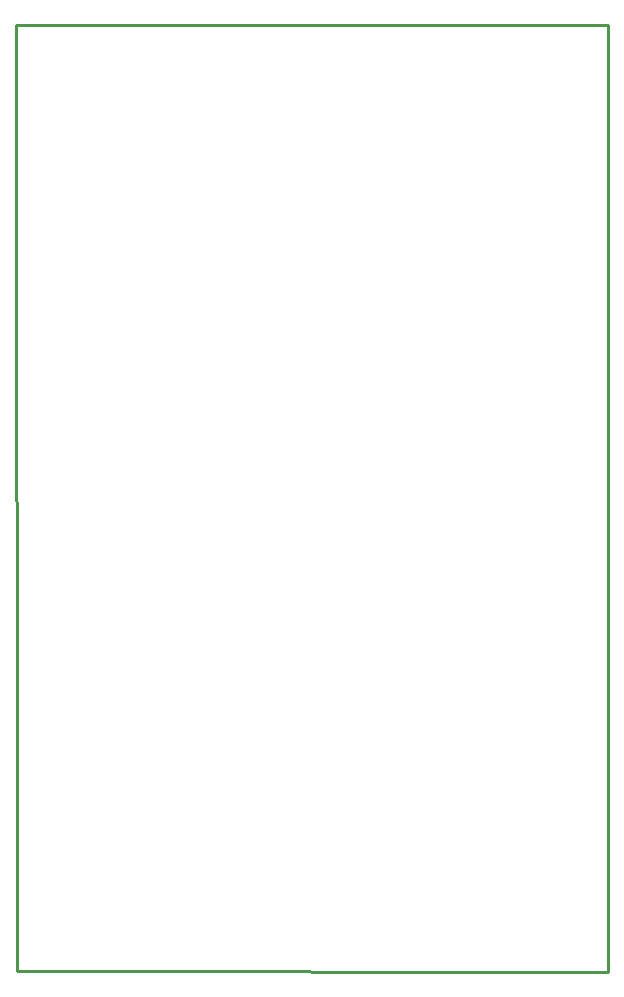
<source format=gbr>
%TF.GenerationSoftware,KiCad,Pcbnew,5.1.7-a382d34a8~87~ubuntu16.04.1*%
%TF.CreationDate,2020-11-10T11:44:55+07:00*%
%TF.ProjectId,sama5d27_som1_ek-sharp_ls0xx_lcd-adapter,73616d61-3564-4323-975f-736f6d315f65,rev?*%
%TF.SameCoordinates,Original*%
%TF.FileFunction,Legend,Bot*%
%TF.FilePolarity,Positive*%
%FSLAX46Y46*%
G04 Gerber Fmt 4.6, Leading zero omitted, Abs format (unit mm)*
G04 Created by KiCad (PCBNEW 5.1.7-a382d34a8~87~ubuntu16.04.1) date 2020-11-10 11:44:55*
%MOMM*%
%LPD*%
G01*
G04 APERTURE LIST*
%TA.AperFunction,Profile*%
%ADD10C,0.250000*%
%TD*%
G04 APERTURE END LIST*
D10*
X162400000Y-102650000D02*
X162375000Y-22525000D01*
X212450000Y-102675000D02*
X162400000Y-102650000D01*
X212475000Y-22525000D02*
X212450000Y-102675000D01*
X162375000Y-22525000D02*
X212475000Y-22525000D01*
M02*

</source>
